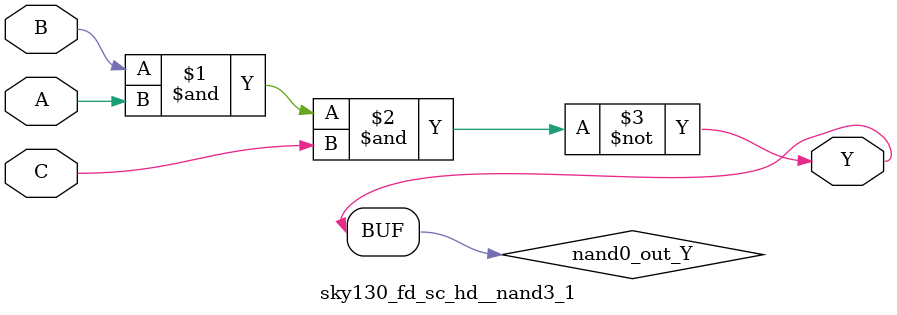
<source format=v>
/*
 * Copyright 2020 The SkyWater PDK Authors
 *
 * Licensed under the Apache License, Version 2.0 (the "License");
 * you may not use this file except in compliance with the License.
 * You may obtain a copy of the License at
 *
 *     https://www.apache.org/licenses/LICENSE-2.0
 *
 * Unless required by applicable law or agreed to in writing, software
 * distributed under the License is distributed on an "AS IS" BASIS,
 * WITHOUT WARRANTIES OR CONDITIONS OF ANY KIND, either express or implied.
 * See the License for the specific language governing permissions and
 * limitations under the License.
 *
 * SPDX-License-Identifier: Apache-2.0
*/


`ifndef SKY130_FD_SC_HD__NAND3_1_FUNCTIONAL_V
`define SKY130_FD_SC_HD__NAND3_1_FUNCTIONAL_V

/**
 * nand3: 3-input NAND.
 *
 * Verilog simulation functional model.
 */

`timescale 1ns / 1ps
`default_nettype none

`celldefine
module sky130_fd_sc_hd__nand3_1 (
    Y,
    A,
    B,
    C
);

    // Module ports
    output Y;
    input  A;
    input  B;
    input  C;

    // Local signals
    wire nand0_out_Y;

    //   Name   Output       Other arguments
    nand nand0 (nand0_out_Y, B, A, C        );
    buf  buf0  (Y          , nand0_out_Y    );

endmodule
`endcelldefine

`default_nettype wire
`endif  // SKY130_FD_SC_HD__NAND3_1_FUNCTIONAL_V

</source>
